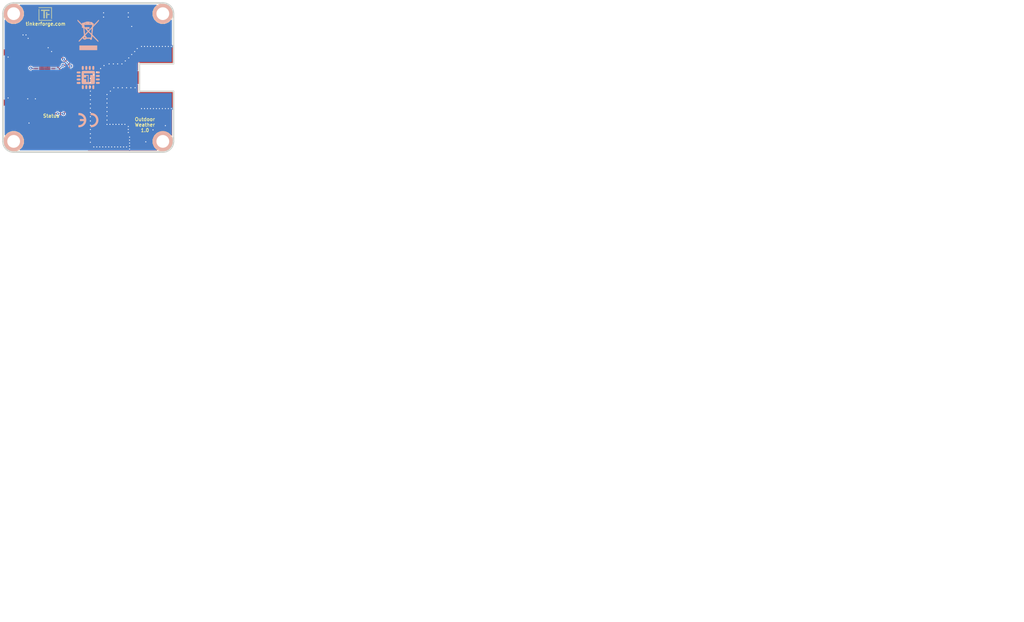
<source format=kicad_pcb>
(kicad_pcb (version 20171130) (host pcbnew 5.0.2-bee76a0~70~ubuntu18.04.1)
  (title_block (title "Outdoor Weather Bricklet") (date 2017-09-06) (rev 1.0) (company "Tinkerforge GmbH") (comment 1 "Licensed under CERN OHL v.1.1") (comment 2 "Copyright (©) 2017, B.Nordmeyer <bastian@tinkerforge.com>"))
  (layers (0 Vorderseite jumper) (31 Rückseite jumper hide) (34 B.Paste user) (35 F.Paste user) (36 B.SilkS user) (37 F.SilkS user) (38 B.Mask user) (39 F.Mask user) (44 Edge.Cuts user))
  (net 0 "")
  (net 1 GND)
  (net 2 VCC)
  (net 3 "Net-(C1-Pad2)")
  (net 4 "Net-(D1-Pad2)")
  (net 5 "Net-(J1-Pad1)")
  (net 6 "Net-(P1-Pad4)")
  (net 7 "Net-(P1-Pad5)")
  (net 8 "Net-(P1-Pad6)")
  (net 9 "Net-(P2-Pad2)")
  (net 10 "Net-(R1-Pad1)")
  (net 11 S-MISO)
  (net 12 S-MOSI)
  (net 13 S-CLK)
  (net 14 S-CS)
  (net 15 "Net-(ANT1-Pad1)")
  (net 16 DATA)
  (net 17 SDN)
  (net 18 "Net-(P1-Pad1)")
  (net 19 "Net-(U1-Pad3)")
  (net 20 "Net-(U1-Pad5)")
  (net 21 "Net-(U1-Pad7)")
  (net 22 "Net-(U1-Pad8)")
  (net 23 "Net-(U1-Pad11)")
  (net 24 "Net-(U1-Pad12)")
  (net 25 "Net-(U1-Pad13)")
  (net 26 "Net-(U1-Pad14)")
  (net 27 "Net-(U1-Pad17)")
  (net 28 "Net-(U1-Pad18)")
  (net 29 "Net-(U1-Pad19)")
  (net 30 "Net-(U1-Pad20)")
  (net 31 "Net-(U1-Pad21)")
  (module Logo_31x31m (layer Vorderseite) (at 54.4 20.8 180)
    (fp_text reference G*** hide)
    (fp_text value LOGO hide)
  )
  (module kicad-libraries:CE_5mm (layer Rückseite) (at 62.9 47.3 180)
    (fp_text reference VAL hide)
    (fp_text value CE_5mm hide)
  )
  (module kicad-libraries:WEEE_7mm (layer Rückseite) (at 62.9 27.3 180)
    (fp_text reference VAL hide)
    (fp_text value WEEE_7mm hide)
  )
  (module kicad-libraries:Logo_CoMCU (layer Rückseite) (at 62.9 37.3 180)
    (fp_text reference G*** hide)
    (fp_text value LOGO hide)
  )
  (module kicad-libraries:QFN24-4x4mm-0.5mm (layer Vorderseite) (at 52.7 34.9 180)
    (fp_text reference U1)
    (fp_text value XMC110024)
    (pad 1 smd oval (at -2.025 -1.25 180) (size 1 0.3) (layers Vorderseite F.Paste F.Mask) (net 11 S-MISO))
    (pad 2 smd oval (at -2.025 -0.75 180) (size 1 0.3) (layers Vorderseite F.Paste F.Mask) (net 10 "Net-(R1-Pad1)"))
    (pad 3 smd oval (at -2.025 -0.25 180) (size 1 0.3) (layers Vorderseite F.Paste F.Mask) (net 19 "Net-(U1-Pad3)"))
    (pad 4 smd oval (at -2.025 0.25 180) (size 1 0.3) (layers Vorderseite F.Paste F.Mask) (net 9 "Net-(P2-Pad2)"))
    (pad 5 smd oval (at -2.025 0.75 180) (size 1 0.3) (layers Vorderseite F.Paste F.Mask) (net 20 "Net-(U1-Pad5)"))
    (pad 6 smd oval (at -2.025 1.25 180) (size 1 0.3) (layers Vorderseite F.Paste F.Mask) (net 16 DATA))
    (pad 7 smd oval (at -1.25 2.025 270) (size 1 0.3) (layers Vorderseite F.Paste F.Mask) (net 21 "Net-(U1-Pad7)"))
    (pad 8 smd oval (at -0.75 2.025 270) (size 1 0.3) (layers Vorderseite F.Paste F.Mask) (net 22 "Net-(U1-Pad8)"))
    (pad 9 smd oval (at -0.25 2.025 270) (size 1 0.3) (layers Vorderseite F.Paste F.Mask) (net 1 GND))
    (pad 10 smd oval (at 0.25 2.025 270) (size 1 0.3) (layers Vorderseite F.Paste F.Mask) (net 2 VCC))
    (pad 11 smd oval (at 0.75 2.025 270) (size 1 0.3) (layers Vorderseite F.Paste F.Mask) (net 23 "Net-(U1-Pad11)"))
    (pad 12 smd oval (at 1.25 2.025 270) (size 1 0.3) (layers Vorderseite F.Paste F.Mask) (net 24 "Net-(U1-Pad12)"))
    (pad 13 smd oval (at 2.025 1.25 180) (size 1 0.3) (layers Vorderseite F.Paste F.Mask) (net 25 "Net-(U1-Pad13)"))
    (pad 14 smd oval (at 2.025 0.75 180) (size 1 0.3) (layers Vorderseite F.Paste F.Mask) (net 26 "Net-(U1-Pad14)"))
    (pad 15 smd oval (at 2.025 0.25 180) (size 1 0.3) (layers Vorderseite F.Paste F.Mask) (net 5 "Net-(J1-Pad1)"))
    (pad 16 smd oval (at 2.025 -0.25 180) (size 1 0.3) (layers Vorderseite F.Paste F.Mask) (net 17 SDN))
    (pad 17 smd oval (at 2.025 -0.75 180) (size 1 0.3) (layers Vorderseite F.Paste F.Mask) (net 27 "Net-(U1-Pad17)"))
    (pad 18 smd oval (at 2.025 -1.25 180) (size 1 0.3) (layers Vorderseite F.Paste F.Mask) (net 28 "Net-(U1-Pad18)"))
    (pad 19 smd oval (at 1.25 -2.025 270) (size 1 0.3) (layers Vorderseite F.Paste F.Mask) (net 29 "Net-(U1-Pad19)"))
    (pad 20 smd oval (at 0.75 -2.025 270) (size 1 0.3) (layers Vorderseite F.Paste F.Mask) (net 30 "Net-(U1-Pad20)"))
    (pad 21 smd oval (at 0.25 -2.025 270) (size 1 0.3) (layers Vorderseite F.Paste F.Mask) (net 31 "Net-(U1-Pad21)"))
    (pad 22 smd oval (at -0.25 -2.025 270) (size 1 0.3) (layers Vorderseite F.Paste F.Mask) (net 14 S-CS))
    (pad 23 smd oval (at -0.75 -2.025 270) (size 1 0.3) (layers Vorderseite F.Paste F.Mask) (net 13 S-CLK))
    (pad 24 smd oval (at -1.25 -2.025 270) (size 1 0.3) (layers Vorderseite F.Paste F.Mask) (net 12 S-MOSI))
    (pad EXP smd rect (at 0.65 0.65 180) (size 1.3 1.3) (layers Vorderseite F.Paste F.Mask) (net 1 GND))
    (pad EXP smd rect (at 0.65 -0.65 180) (size 1.3 1.3) (layers Vorderseite F.Paste F.Mask) (net 1 GND))
    (pad EXP smd rect (at -0.65 0.65 180) (size 1.3 1.3) (layers Vorderseite F.Paste F.Mask) (net 1 GND))
    (pad EXP smd rect (at -0.65 -0.65 180) (size 1.3 1.3) (layers Vorderseite F.Paste F.Mask) (net 1 GND))
  )
  (module kicad-libraries:4X0402 (layer Vorderseite) (at 50.2 39.2 270)
    (fp_text reference RP1)
    (fp_text value 82)
    (pad 1 smd rect (at -0.7493 0.575 90) (size 0.29972 0.65) (layers Vorderseite F.Paste F.Mask) (net 6 "Net-(P1-Pad4)"))
    (pad 2 smd rect (at -0.24892 0.575 90) (size 0.29972 0.65) (layers Vorderseite F.Paste F.Mask) (net 7 "Net-(P1-Pad5)"))
    (pad 3 smd rect (at 0.24892 0.575 90) (size 0.29972 0.65) (layers Vorderseite F.Paste F.Mask) (net 8 "Net-(P1-Pad6)"))
    (pad 4 smd rect (at 0.7493 0.575 90) (size 0.29972 0.65) (layers Vorderseite F.Paste F.Mask) (net 3 "Net-(C1-Pad2)"))
    (pad 5 smd rect (at 0.7493 -0.575 270) (size 0.29972 0.65) (layers Vorderseite F.Paste F.Mask) (net 11 S-MISO))
    (pad 6 smd rect (at 0.24892 -0.575 270) (size 0.29972 0.65) (layers Vorderseite F.Paste F.Mask) (net 12 S-MOSI))
    (pad 7 smd rect (at -0.24892 -0.575 270) (size 0.29972 0.65) (layers Vorderseite F.Paste F.Mask) (net 13 S-CLK))
    (pad 8 smd rect (at -0.7493 -0.575 270) (size 0.29972 0.65) (layers Vorderseite F.Paste F.Mask) (net 14 S-CS))
  )
  (module kicad-libraries:SolderJumper (layer Vorderseite) (at 50.2 48)
    (fp_text reference P2)
    (fp_text value Boot)
    (pad 2 smd rect (at 0.55 0) (size 0.3 1.4) (layers Vorderseite F.Mask) (net 9 "Net-(P2-Pad2)"))
    (pad 2 smd rect (at 0.15 0) (size 0.6 0.5) (layers Vorderseite F.Mask) (net 9 "Net-(P2-Pad2)"))
    (pad 1 smd rect (at -0.5 0) (size 0.4 1.4) (layers Vorderseite F.Mask) (net 1 GND))
    (pad 1 smd rect (at -0.225 0.55) (size 0.95 0.3) (layers Vorderseite F.Mask) (net 1 GND))
    (pad 1 smd rect (at -0.225 -0.55) (size 0.95 0.3) (layers Vorderseite F.Mask) (net 1 GND))
  )
  (module kicad-libraries:CON-SENSOR2 (layer Vorderseite) (at 42.9 37.3 270)
    (fp_text reference P1)
    (fp_text value CON-SENSOR2)
    (pad 1 smd rect (at -3.75 -4.6 270) (size 0.6 1.8) (layers Vorderseite F.Paste F.Mask) (net 18 "Net-(P1-Pad1)"))
    (pad 2 smd rect (at -2.5 -4.6 270) (size 0.6 1.8) (layers Vorderseite F.Paste F.Mask) (net 1 GND))
    (pad EP smd rect (at -5.9 -1.2 270) (size 1.4 2.4) (layers Vorderseite F.Paste F.Mask) (net 1 GND))
    (pad EP smd rect (at 5.9 -1.2 270) (size 1.4 2.4) (layers Vorderseite F.Paste F.Mask) (net 1 GND))
    (pad 3 smd rect (at -1.25 -4.6 270) (size 0.6 1.8) (layers Vorderseite F.Paste F.Mask) (net 2 VCC))
    (pad 4 smd rect (at 0 -4.6 270) (size 0.6 1.8) (layers Vorderseite F.Paste F.Mask) (net 6 "Net-(P1-Pad4)"))
    (pad 5 smd rect (at 1.25 -4.6 270) (size 0.6 1.8) (layers Vorderseite F.Paste F.Mask) (net 7 "Net-(P1-Pad5)"))
    (pad 6 smd rect (at 2.5 -4.6 270) (size 0.6 1.8) (layers Vorderseite F.Paste F.Mask) (net 8 "Net-(P1-Pad6)"))
    (pad 7 smd rect (at 3.75 -4.6 270) (size 0.6 1.8) (layers Vorderseite F.Paste F.Mask) (net 3 "Net-(C1-Pad2)"))
  )
  (module kicad-libraries:DEBUG_PAD (layer Vorderseite) (at 49 32)
    (fp_text reference J1)
    (fp_text value Debug)
    (pad 1 smd circle (at 0 0) (size 0.7 0.7) (layers Vorderseite F.Paste F.Mask) (net 5 "Net-(J1-Pad1)"))
  )
  (module kicad-libraries:Fiducial_Mark (layer Vorderseite) (at 75.4 21.3)
    (fp_text reference Fiducial_Mark hide)
    (fp_text value VAL** hide)
    (pad 1 smd circle (at 0 0) (size 1.00076 1.00076) (layers Vorderseite F.Paste F.Mask) (clearance 0.65024))
  )
  (module kicad-libraries:Fiducial_Mark (layer Vorderseite) (at 50.4 52.3)
    (fp_text reference Fiducial_Mark hide)
    (fp_text value VAL** hide)
    (pad 1 smd circle (at 0 0) (size 1.00076 1.00076) (layers Vorderseite F.Paste F.Mask) (clearance 0.65024))
  )
  (module kicad-libraries:RFM210LCF-S1 (layer Vorderseite) (at 63.9 37.3 90)
    (fp_text reference U2)
    (fp_text value RFM210LCF-S1)
    (pad 6 smd rect (at 14.7 5.5 90) (size 1.8 5) (layers Vorderseite F.Paste F.Mask) (net 1 GND))
    (pad 5 smd rect (at 12.16 5.5 90) (size 1.8 5) (layers Vorderseite F.Paste F.Mask) (net 16 DATA))
    (pad 4 smd rect (at 9.62 5.5 90) (size 1.8 5) (layers Vorderseite F.Paste F.Mask) (net 2 VCC))
    (pad 3 smd rect (at 7.08 5.5 90) (size 1.8 5) (layers Vorderseite F.Paste F.Mask) (net 17 SDN))
    (pad 1 smd rect (at -14.7 5.5 90) (size 1.8 5) (layers Vorderseite F.Paste F.Mask) (net 15 "Net-(ANT1-Pad1)"))
    (pad 2 smd rect (at -12.16 5.5 90) (size 1.8 5) (layers Vorderseite F.Paste F.Mask) (net 1 GND))
    (pad "" smd rect (at -14.7 -5.5 90) (size 1.8 5) (layers Vorderseite F.Paste F.Mask))
    (pad "" smd rect (at -12.16 -5.5 90) (size 1.8 5) (layers Vorderseite F.Paste F.Mask))
  )
  (module kicad-libraries:FT-004B (layer Vorderseite) (at 82.9 37.3 270)
    (fp_text reference ANT1)
    (fp_text value FT-004B)
    (pad 2 smd rect (at -5.27 3.99 270) (size 4 8) (layers Vorderseite F.Paste F.Mask) (net 1 GND))
    (pad 2 smd rect (at 5.25 3.99 270) (size 4 8) (layers Vorderseite F.Paste F.Mask) (net 1 GND))
    (pad 1 smd rect (at 0.01 10 270) (size 3 4) (layers Vorderseite F.Paste F.Mask) (net 15 "Net-(ANT1-Pad1)"))
  )
  (module kicad-libraries:C0402F (layer Vorderseite) (at 49.6 41.6 90)
    (fp_text reference C1)
    (fp_text value 220pF)
    (pad 2 smd rect (at 0.5 0 90) (size 0.6 0.7) (layers Vorderseite F.Paste F.Mask) (net 3 "Net-(C1-Pad2)"))
    (pad 1 smd rect (at -0.5 0 90) (size 0.6 0.7) (layers Vorderseite F.Paste F.Mask) (net 1 GND))
  )
  (module kicad-libraries:C0805 (layer Vorderseite) (at 47.4 29.7 180)
    (fp_text reference C2)
    (fp_text value 10uF)
    (pad 1 smd rect (at -1.00076 0 180) (size 1.00076 1.24968) (layers Vorderseite F.Paste F.Mask) (net 1 GND) (clearance 0.14986))
    (pad 2 smd rect (at 1.00076 0 180) (size 1.00076 1.24968) (layers Vorderseite F.Paste F.Mask) (net 2 VCC) (clearance 0.14986))
  )
  (module kicad-libraries:C0603F (layer Vorderseite) (at 47.2 28.1 180)
    (fp_text reference C3)
    (fp_text value 1uF)
    (pad 1 smd rect (at -0.75 0 180) (size 0.9 0.9) (layers Vorderseite F.Paste F.Mask) (net 1 GND))
    (pad 2 smd rect (at 0.75 0 180) (size 0.9 0.9) (layers Vorderseite F.Paste F.Mask) (net 2 VCC))
  )
  (module kicad-libraries:C0603F (layer Vorderseite) (at 52.7 31.2 180)
    (fp_text reference C4)
    (fp_text value 100nF)
    (pad 1 smd rect (at -0.75 0 180) (size 0.9 0.9) (layers Vorderseite F.Paste F.Mask) (net 1 GND))
    (pad 2 smd rect (at 0.75 0 180) (size 0.9 0.9) (layers Vorderseite F.Paste F.Mask) (net 2 VCC))
  )
  (module kicad-libraries:C0603F (layer Vorderseite) (at 73.1 26.9 270)
    (fp_text reference C5)
    (fp_text value 100nF)
    (pad 1 smd rect (at -0.75 0 270) (size 0.9 0.9) (layers Vorderseite F.Paste F.Mask) (net 1 GND))
    (pad 2 smd rect (at 0.75 0 270) (size 0.9 0.9) (layers Vorderseite F.Paste F.Mask) (net 2 VCC))
  )
  (module kicad-libraries:D0603F (layer Vorderseite) (at 54.2 44.7)
    (fp_text reference D1)
    (fp_text value blue)
    (pad 1 smd rect (at -0.75 0) (size 0.9 0.9) (layers Vorderseite F.Paste F.Mask) (net 2 VCC))
    (pad 2 smd rect (at 0.75 0) (size 0.9 0.9) (layers Vorderseite F.Paste F.Mask) (net 4 "Net-(D1-Pad2)"))
  )
  (module kicad-libraries:R0603F (layer Vorderseite) (at 54.2 43.3)
    (fp_text reference R1)
    (fp_text value 1k)
    (pad 1 smd rect (at -0.75 0) (size 0.9 0.9) (layers Vorderseite F.Paste F.Mask) (net 10 "Net-(R1-Pad1)"))
    (pad 2 smd rect (at 0.75 0) (size 0.9 0.9) (layers Vorderseite F.Paste F.Mask) (net 4 "Net-(D1-Pad2)"))
  )
  (module kicad-libraries:DRILL_NP (layer Vorderseite) (at 45.4 52.3)
    (fp_text reference U4 hide)
    (fp_text value DRILL hide)
    (pad "" np_thru_hole circle (at 0 0) (size 2.99974 2.99974) (drill 2.99974) (layers *.Cu *.Mask F.SilkS) (clearance 0.89916))
  )
  (module kicad-libraries:DRILL_NP (layer Vorderseite) (at 80.4 52.3)
    (fp_text reference U5 hide)
    (fp_text value DRILL hide)
    (pad "" np_thru_hole circle (at 0 0) (size 2.99974 2.99974) (drill 2.99974) (layers *.Cu *.Mask F.SilkS) (clearance 0.89916))
  )
  (module kicad-libraries:DRILL_NP (layer Vorderseite) (at 45.4 22.3)
    (fp_text reference U6 hide)
    (fp_text value DRILL hide)
    (pad "" np_thru_hole circle (at 0 0) (size 2.99974 2.99974) (drill 2.99974) (layers *.Cu *.Mask F.SilkS) (clearance 0.89916))
  )
  (module kicad-libraries:DRILL_NP (layer Vorderseite) (at 80.4 22.3)
    (fp_text reference U7 hide)
    (fp_text value DRILL hide)
    (pad "" np_thru_hole circle (at 0 0) (size 2.99974 2.99974) (drill 2.99974) (layers *.Cu *.Mask F.SilkS) (clearance 0.89916))
  )
  (gr_line (start 82.9 40.55) (end 82.9 52.3) (angle 90) (layer Edge.Cuts) (width 0.381))
  (gr_line (start 74.9 34.05) (end 74.9 40.55) (angle 90) (layer Edge.Cuts) (width 0.381))
  (gr_line (start 82.9 22.3) (end 82.9 34.05) (angle 90) (layer Edge.Cuts) (width 0.381))
  (gr_text Status (at 54.2 46.3) (layer F.SilkS) (effects (font (size 0.8 0.8))))
  (gr_line (start 74.9 40.55) (end 82.9 40.55) (angle 90) (layer Edge.Cuts) (width 0.381))
  (gr_line (start 74.9 34.05) (end 82.9 34.05) (angle 90) (layer Edge.Cuts) (width 0.381))
  (gr_line (start 45.4 54.8) (end 80.4 54.8) (angle 90) (layer Edge.Cuts) (width 0.381))
  (gr_line (start 42.9 22.3) (end 42.9 52.3) (angle 90) (layer Edge.Cuts) (width 0.381))
  (gr_line (start 80.4 19.8) (end 45.4 19.8) (angle 90) (layer Edge.Cuts) (width 0.381))
  (gr_arc (start 80.4 52.3) (end 82.9 52.3) (angle 90) (layer Edge.Cuts) (width 0.381))
  (gr_arc (start 80.4 22.3) (end 80.4 19.8) (angle 90) (layer Edge.Cuts) (width 0.381))
  (gr_text "Outdoor\nWeather\n1.0" (at 76.2 48.4) (layer F.SilkS) (effects (font (size 0.8 0.8))))
  (gr_text tinkerforge.com (at 52.9 24.7) (layer F.SilkS) (effects (font (size 0.8 0.8))))
  (gr_arc (start 45.4 22.3) (end 42.9 22.3) (angle 90) (layer Edge.Cuts) (width 0.381))
  (gr_arc (start 45.4 52.3) (end 45.4 54.8) (angle 90) (layer Edge.Cuts) (width 0.381))
  (segment (start 75.4 44.6) (end 76.1 44.6) (width 0.59944) (layer Vorderseite) (net 1))
  (via (at 76.1 44.6) (size 0.70104) (drill 0.24892) (layers Vorderseite Rückseite) (net 1))
  (segment (start 76.8 44.6) (end 77.5 44.6) (width 0.59944) (layer Vorderseite) (net 1))
  (via (at 77.5 44.6) (size 0.70104) (drill 0.24892) (layers Vorderseite Rückseite) (net 1))
  (segment (start 78.2 44.6) (end 78.9 44.6) (width 0.59944) (layer Vorderseite) (net 1))
  (via (at 78.9 44.6) (size 0.70104) (drill 0.24892) (layers Vorderseite Rückseite) (net 1))
  (via (at 78.2 44.6) (size 0.70104) (drill 0.24892) (layers Vorderseite Rückseite) (net 1))
  (segment (start 77.5 44.6) (end 78.2 44.6) (width 0.59944) (layer Vorderseite) (net 1))
  (via (at 76.8 44.6) (size 0.70104) (drill 0.24892) (layers Vorderseite Rückseite) (net 1))
  (segment (start 76.1 44.6) (end 76.8 44.6) (width 0.59944) (layer Vorderseite) (net 1))
  (via (at 75.4 44.6) (size 0.70104) (drill 0.24892) (layers Vorderseite Rückseite) (net 1))
  (segment (start 82.4 44.6) (end 81.7 44.6) (width 0.59944) (layer Vorderseite) (net 1))
  (via (at 81.7 44.6) (size 0.70104) (drill 0.24892) (layers Vorderseite Rückseite) (net 1))
  (segment (start 81 44.6) (end 80.3 44.6) (width 0.59944) (layer Vorderseite) (net 1))
  (via (at 80.3 44.6) (size 0.70104) (drill 0.24892) (layers Vorderseite Rückseite) (net 1))
  (segment (start 79.6 44.6) (end 78.9 44.6) (width 0.59944) (layer Vorderseite) (net 1))
  (segment (start 78.9 44.6) (end 78.9 42.3) (width 0.59944) (layer Vorderseite) (net 1))
  (via (at 79.6 44.6) (size 0.70104) (drill 0.24892) (layers Vorderseite Rückseite) (net 1))
  (segment (start 80.3 44.6) (end 79.6 44.6) (width 0.59944) (layer Vorderseite) (net 1))
  (via (at 81 44.6) (size 0.70104) (drill 0.24892) (layers Vorderseite Rückseite) (net 1))
  (segment (start 81.7 44.6) (end 81 44.6) (width 0.59944) (layer Vorderseite) (net 1))
  (via (at 82.4 44.6) (size 0.70104) (drill 0.24892) (layers Vorderseite Rückseite) (net 1))
  (segment (start 75.4 30) (end 76.1 30) (width 0.59944) (layer Vorderseite) (net 1))
  (via (at 76.1 30) (size 0.70104) (drill 0.24892) (layers Vorderseite Rückseite) (net 1))
  (segment (start 76.8 30) (end 77.5 30) (width 0.59944) (layer Vorderseite) (net 1))
  (via (at 77.5 30) (size 0.70104) (drill 0.24892) (layers Vorderseite Rückseite) (net 1))
  (segment (start 78.2 30) (end 78.9 30) (width 0.59944) (layer Vorderseite) (net 1))
  (via (at 78.9 30) (size 0.70104) (drill 0.24892) (layers Vorderseite Rückseite) (net 1))
  (via (at 78.2 30) (size 0.70104) (drill 0.24892) (layers Vorderseite Rückseite) (net 1))
  (segment (start 77.5 30) (end 78.2 30) (width 0.59944) (layer Vorderseite) (net 1))
  (via (at 76.8 30) (size 0.70104) (drill 0.24892) (layers Vorderseite Rückseite) (net 1))
  (segment (start 76.1 30) (end 76.8 30) (width 0.59944) (layer Vorderseite) (net 1))
  (via (at 75.4 30) (size 0.70104) (drill 0.24892) (layers Vorderseite Rückseite) (net 1))
  (segment (start 82.4 30) (end 81.7 30) (width 0.59944) (layer Vorderseite) (net 1))
  (via (at 81.7 30) (size 0.70104) (drill 0.24892) (layers Vorderseite Rückseite) (net 1))
  (segment (start 81 30) (end 80.3 30) (width 0.59944) (layer Vorderseite) (net 1))
  (via (at 80.3 30) (size 0.70104) (drill 0.24892) (layers Vorderseite Rückseite) (net 1))
  (segment (start 79.6 30) (end 78.9 30) (width 0.59944) (layer Vorderseite) (net 1))
  (segment (start 78.9 30) (end 78.9 32.3) (width 0.59944) (layer Vorderseite) (net 1))
  (via (at 79.6 30) (size 0.70104) (drill 0.24892) (layers Vorderseite Rückseite) (net 1))
  (segment (start 80.3 30) (end 79.6 30) (width 0.59944) (layer Vorderseite) (net 1))
  (via (at 81 30) (size 0.70104) (drill 0.24892) (layers Vorderseite Rückseite) (net 1))
  (segment (start 81.7 30) (end 81 30) (width 0.59944) (layer Vorderseite) (net 1))
  (via (at 82.4 30) (size 0.70104) (drill 0.24892) (layers Vorderseite Rückseite) (net 1))
  (segment (start 49.975 48.55) (end 49.75 48.55) (width 0.2) (layer Vorderseite) (net 1))
  (segment (start 49.75 48.55) (end 49.7 48.5) (width 0.2) (layer Vorderseite) (net 1))
  (segment (start 49.7 48.5) (end 49.7 48) (width 0.2) (layer Vorderseite) (net 1))
  (segment (start 49.975 47.45) (end 49.75 47.45) (width 0.2) (layer Vorderseite) (net 1))
  (segment (start 49.75 47.45) (end 49.7 47.5) (width 0.2) (layer Vorderseite) (net 1))
  (segment (start 49.7 47.5) (end 49.7 48) (width 0.2) (layer Vorderseite) (net 1))
  (segment (start 49.7 48) (end 49 48) (width 0.2) (layer Vorderseite) (net 1))
  (via (at 49 48) (size 0.70104) (drill 0.24892) (layers Vorderseite Rückseite) (net 1))
  (segment (start 73.9 39.7) (end 72.9 39.7) (width 0.59944) (layer Vorderseite) (net 1))
  (via (at 72.9 39.7) (size 0.70104) (drill 0.24892) (layers Vorderseite Rückseite) (net 1))
  (segment (start 71.9 39.7) (end 70.9 39.7) (width 0.59944) (layer Vorderseite) (net 1))
  (via (at 70.9 39.7) (size 0.70104) (drill 0.24892) (layers Vorderseite Rückseite) (net 1))
  (segment (start 69.9 39.7) (end 68.9 39.7) (width 0.59944) (layer Vorderseite) (net 1))
  (via (at 68.9 39.7) (size 0.70104) (drill 0.24892) (layers Vorderseite Rückseite) (net 1))
  (segment (start 68.1 40.5) (end 67.3 41.3) (width 0.59944) (layer Vorderseite) (net 1))
  (via (at 67.3 41.3) (size 0.70104) (drill 0.24892) (layers Vorderseite Rückseite) (net 1))
  (segment (start 67.3 42.3) (end 67.3 43.3) (width 0.59944) (layer Vorderseite) (net 1))
  (via (at 67.3 43.3) (size 0.70104) (drill 0.24892) (layers Vorderseite Rückseite) (net 1))
  (segment (start 67.3 44.3) (end 67.3 45.3) (width 0.59944) (layer Vorderseite) (net 1))
  (via (at 67.3 45.3) (size 0.70104) (drill 0.24892) (layers Vorderseite Rückseite) (net 1))
  (segment (start 67.3 46.3) (end 67.3 47.3) (width 0.59944) (layer Vorderseite) (net 1))
  (via (at 67.3 47.3) (size 0.70104) (drill 0.24892) (layers Vorderseite Rückseite) (net 1))
  (segment (start 67.3 48.3) (end 68 48.3) (width 0.59944) (layer Vorderseite) (net 1))
  (via (at 68 48.3) (size 0.70104) (drill 0.24892) (layers Vorderseite Rückseite) (net 1))
  (segment (start 68.7 48.3) (end 69.4 48.3) (width 0.59944) (layer Vorderseite) (net 1))
  (via (at 69.4 48.3) (size 0.70104) (drill 0.24892) (layers Vorderseite Rückseite) (net 1))
  (via (at 68.7 48.3) (size 0.70104) (drill 0.24892) (layers Vorderseite Rückseite) (net 1))
  (segment (start 68 48.3) (end 68.7 48.3) (width 0.59944) (layer Vorderseite) (net 1))
  (via (at 67.3 48.3) (size 0.70104) (drill 0.24892) (layers Vorderseite Rückseite) (net 1))
  (segment (start 67.3 47.3) (end 67.3 48.3) (width 0.59944) (layer Vorderseite) (net 1))
  (via (at 67.3 46.3) (size 0.70104) (drill 0.24892) (layers Vorderseite Rückseite) (net 1))
  (segment (start 67.3 45.3) (end 67.3 46.3) (width 0.59944) (layer Vorderseite) (net 1))
  (via (at 67.3 44.3) (size 0.70104) (drill 0.24892) (layers Vorderseite Rückseite) (net 1))
  (segment (start 67.3 43.3) (end 67.3 44.3) (width 0.59944) (layer Vorderseite) (net 1))
  (via (at 67.3 42.3) (size 0.70104) (drill 0.24892) (layers Vorderseite Rückseite) (net 1))
  (segment (start 67.3 41.3) (end 67.3 42.3) (width 0.59944) (layer Vorderseite) (net 1))
  (via (at 68.1 40.5) (size 0.70104) (drill 0.24892) (layers Vorderseite Rückseite) (net 1))
  (segment (start 68.9 39.7) (end 68.1 40.5) (width 0.59944) (layer Vorderseite) (net 1))
  (via (at 69.9 39.7) (size 0.70104) (drill 0.24892) (layers Vorderseite Rückseite) (net 1))
  (segment (start 70.9 39.7) (end 69.9 39.7) (width 0.59944) (layer Vorderseite) (net 1))
  (via (at 71.9 39.7) (size 0.70104) (drill 0.24892) (layers Vorderseite Rückseite) (net 1))
  (segment (start 72.9 39.7) (end 71.9 39.7) (width 0.59944) (layer Vorderseite) (net 1))
  (via (at 73.9 39.7) (size 0.70104) (drill 0.24892) (layers Vorderseite Rückseite) (net 1))
  (segment (start 77.25 49.25) (end 77.75 49.25) (width 0.59944) (layer Vorderseite) (net 1))
  (via (at 78.1 49.6) (size 0.70104) (drill 0.24892) (layers Vorderseite Rückseite) (net 1))
  (segment (start 77.75 49.25) (end 78.1 49.6) (width 0.59944) (layer Vorderseite) (net 1))
  (segment (start 76.4 52.4) (end 76.4 50.1) (width 0.59944) (layer Vorderseite) (net 1))
  (segment (start 76.1 52.7) (end 76.4 52.4) (width 0.59944) (layer Vorderseite) (net 1))
  (via (at 76.4 52.4) (size 0.70104) (drill 0.24892) (layers Vorderseite Rückseite) (net 1))
  (via (at 72.6 52.7) (size 0.70104) (drill 0.24892) (layers Vorderseite Rückseite) (net 1))
  (segment (start 72.6 52.7) (end 76.1 52.7) (width 0.59944) (layer Vorderseite) (net 1))
  (via (at 81 48.6) (size 0.70104) (drill 0.24892) (layers Vorderseite Rückseite) (net 1))
  (segment (start 77.9 48.6) (end 81 48.6) (width 0.59944) (layer Vorderseite) (net 1))
  (segment (start 76.4 50.1) (end 77.25 49.25) (width 0.59944) (layer Vorderseite) (net 1))
  (segment (start 77.25 49.25) (end 77.9 48.6) (width 0.59944) (layer Vorderseite) (net 1))
  (segment (start 73.8 31.2) (end 73.8 31.1) (width 0.59944) (layer Vorderseite) (net 1))
  (via (at 73.8 31.2) (size 0.70104) (drill 0.24892) (layers Vorderseite Rückseite) (net 1))
  (segment (start 72.4 32.7) (end 72.4 32.6) (width 0.59944) (layer Vorderseite) (net 1))
  (segment (start 71.7 33.4) (end 72.4 32.7) (width 0.59944) (layer Vorderseite) (net 1))
  (via (at 72.4 32.7) (size 0.70104) (drill 0.24892) (layers Vorderseite Rückseite) (net 1))
  (segment (start 70.8 34.1) (end 70.9 34.1) (width 0.59944) (layer Vorderseite) (net 1))
  (via (at 70.8 34.1) (size 0.70104) (drill 0.24892) (layers Vorderseite Rückseite) (net 1))
  (segment (start 69.8 34.1) (end 68.8 34.1) (width 0.59944) (layer Vorderseite) (net 1))
  (via (at 68.8 34.1) (size 0.70104) (drill 0.24892) (layers Vorderseite Rückseite) (net 1))
  (segment (start 66.6 34.5) (end 67.4 34.5) (width 0.59944) (layer Vorderseite) (net 1))
  (segment (start 65.9 35.2) (end 66.6 34.5) (width 0.59944) (layer Vorderseite) (net 1))
  (via (at 66.6 34.5) (size 0.70104) (drill 0.24892) (layers Vorderseite Rückseite) (net 1))
  (segment (start 64.9 36) (end 65 36) (width 0.59944) (layer Vorderseite) (net 1))
  (via (at 64.9 36) (size 0.70104) (drill 0.24892) (layers Vorderseite Rückseite) (net 1))
  (segment (start 64.2 36.7) (end 63.4 37.5) (width 0.59944) (layer Vorderseite) (net 1))
  (via (at 63.4 37.5) (size 0.70104) (drill 0.24892) (layers Vorderseite Rückseite) (net 1))
  (segment (start 63.4 38.5) (end 63.4 39.5) (width 0.59944) (layer Vorderseite) (net 1))
  (via (at 63.4 39.5) (size 0.70104) (drill 0.24892) (layers Vorderseite Rückseite) (net 1))
  (segment (start 63.4 40.5) (end 63.4 41.5) (width 0.59944) (layer Vorderseite) (net 1))
  (via (at 63.4 41.5) (size 0.70104) (drill 0.24892) (layers Vorderseite Rückseite) (net 1))
  (segment (start 63.4 42.5) (end 63.4 43.5) (width 0.59944) (layer Vorderseite) (net 1))
  (via (at 63.4 43.5) (size 0.70104) (drill 0.24892) (layers Vorderseite Rückseite) (net 1))
  (segment (start 63.4 44.5) (end 63.4 45.5) (width 0.59944) (layer Vorderseite) (net 1))
  (via (at 63.4 45.5) (size 0.70104) (drill 0.24892) (layers Vorderseite Rückseite) (net 1))
  (segment (start 63.4 46.5) (end 63.4 47.5) (width 0.59944) (layer Vorderseite) (net 1))
  (via (at 63.4 47.5) (size 0.70104) (drill 0.24892) (layers Vorderseite Rückseite) (net 1))
  (segment (start 63.4 48.5) (end 63.4 49.5) (width 0.59944) (layer Vorderseite) (net 1))
  (via (at 63.4 49.5) (size 0.70104) (drill 0.24892) (layers Vorderseite Rückseite) (net 1))
  (segment (start 63.4 50.5) (end 63.4 51.5) (width 0.59944) (layer Vorderseite) (net 1))
  (via (at 63.4 51.5) (size 0.70104) (drill 0.24892) (layers Vorderseite Rückseite) (net 1))
  (segment (start 64.2 53.6) (end 64.2 53.3) (width 0.59944) (layer Vorderseite) (net 1))
  (via (at 64.2 53.6) (size 0.70104) (drill 0.24892) (layers Vorderseite Rückseite) (net 1))
  (segment (start 64.9 53.6) (end 65.6 53.6) (width 0.59944) (layer Vorderseite) (net 1))
  (via (at 65.6 53.6) (size 0.70104) (drill 0.24892) (layers Vorderseite Rückseite) (net 1))
  (segment (start 66.3 53.6) (end 67 53.6) (width 0.59944) (layer Vorderseite) (net 1))
  (via (at 67 53.6) (size 0.70104) (drill 0.24892) (layers Vorderseite Rückseite) (net 1))
  (segment (start 67.7 53.6) (end 68.4 53.6) (width 0.59944) (layer Vorderseite) (net 1))
  (via (at 68.4 53.6) (size 0.70104) (drill 0.24892) (layers Vorderseite Rückseite) (net 1))
  (segment (start 69.1 53.6) (end 69.8 53.6) (width 0.59944) (layer Vorderseite) (net 1))
  (via (at 69.8 53.6) (size 0.70104) (drill 0.24892) (layers Vorderseite Rückseite) (net 1))
  (segment (start 70.5 53.6) (end 71.2 53.6) (width 0.59944) (layer Vorderseite) (net 1))
  (via (at 71.2 53.6) (size 0.70104) (drill 0.24892) (layers Vorderseite Rückseite) (net 1))
  (segment (start 72.6 54.1) (end 72.4 54.1) (width 0.59944) (layer Vorderseite) (net 1))
  (via (at 72.6 54.1) (size 0.70104) (drill 0.24892) (layers Vorderseite Rückseite) (net 1))
  (segment (start 72.6 53.4) (end 72.6 52.7) (width 0.59944) (layer Vorderseite) (net 1))
  (segment (start 72.6 52) (end 72.6 51.3) (width 0.59944) (layer Vorderseite) (net 1))
  (segment (start 72.3 50.5) (end 72.6 50.8) (width 0.59944) (layer Vorderseite) (net 1))
  (segment (start 72.6 50.8) (end 72.6 51.3) (width 0.59944) (layer Vorderseite) (net 1))
  (via (at 72.6 51.3) (size 0.70104) (drill 0.24892) (layers Vorderseite Rückseite) (net 1))
  (segment (start 72.3 49.5) (end 72.3 50.2) (width 0.59944) (layer Vorderseite) (net 1))
  (via (at 72.3 49.5) (size 0.70104) (drill 0.24892) (layers Vorderseite Rückseite) (net 1))
  (via (at 72.3 50.2) (size 0.70104) (drill 0.24892) (layers Vorderseite Rückseite) (net 1))
  (segment (start 72.3 50.2) (end 72.3 50.5) (width 0.59944) (layer Vorderseite) (net 1))
  (via (at 72.6 52) (size 0.70104) (drill 0.24892) (layers Vorderseite Rückseite) (net 1))
  (segment (start 72.6 52.7) (end 72.6 52) (width 0.59944) (layer Vorderseite) (net 1))
  (via (at 72.6 53.4) (size 0.70104) (drill 0.24892) (layers Vorderseite Rückseite) (net 1))
  (segment (start 72.6 54.1) (end 72.6 53.4) (width 0.59944) (layer Vorderseite) (net 1))
  (via (at 71.9 53.6) (size 0.70104) (drill 0.24892) (layers Vorderseite Rückseite) (net 1))
  (segment (start 72.4 54.1) (end 71.9 53.6) (width 0.59944) (layer Vorderseite) (net 1))
  (segment (start 71.2 53.6) (end 71.9 53.6) (width 0.59944) (layer Vorderseite) (net 1))
  (via (at 70.5 53.6) (size 0.70104) (drill 0.24892) (layers Vorderseite Rückseite) (net 1))
  (segment (start 69.8 53.6) (end 70.5 53.6) (width 0.59944) (layer Vorderseite) (net 1))
  (via (at 69.1 53.6) (size 0.70104) (drill 0.24892) (layers Vorderseite Rückseite) (net 1))
  (segment (start 68.4 53.6) (end 69.1 53.6) (width 0.59944) (layer Vorderseite) (net 1))
  (via (at 67.7 53.6) (size 0.70104) (drill 0.24892) (layers Vorderseite Rückseite) (net 1))
  (segment (start 67 53.6) (end 67.7 53.6) (width 0.59944) (layer Vorderseite) (net 1))
  (via (at 66.3 53.6) (size 0.70104) (drill 0.24892) (layers Vorderseite Rückseite) (net 1))
  (segment (start 65.6 53.6) (end 66.3 53.6) (width 0.59944) (layer Vorderseite) (net 1))
  (via (at 64.9 53.6) (size 0.70104) (drill 0.24892) (layers Vorderseite Rückseite) (net 1))
  (segment (start 64.2 53.6) (end 64.9 53.6) (width 0.59944) (layer Vorderseite) (net 1))
  (via (at 63.4 52.5) (size 0.70104) (drill 0.24892) (layers Vorderseite Rückseite) (net 1))
  (segment (start 64.2 53.3) (end 63.4 52.5) (width 0.59944) (layer Vorderseite) (net 1))
  (segment (start 63.4 51.5) (end 63.4 52.5) (width 0.59944) (layer Vorderseite) (net 1))
  (via (at 63.4 50.5) (size 0.70104) (drill 0.24892) (layers Vorderseite Rückseite) (net 1))
  (segment (start 63.4 49.5) (end 63.4 50.5) (width 0.59944) (layer Vorderseite) (net 1))
  (via (at 63.4 48.5) (size 0.70104) (drill 0.24892) (layers Vorderseite Rückseite) (net 1))
  (segment (start 63.4 47.5) (end 63.4 48.5) (width 0.59944) (layer Vorderseite) (net 1))
  (via (at 63.4 46.5) (size 0.70104) (drill 0.24892) (layers Vorderseite Rückseite) (net 1))
  (segment (start 63.4 45.5) (end 63.4 46.5) (width 0.59944) (layer Vorderseite) (net 1))
  (via (at 63.4 44.5) (size 0.70104) (drill 0.24892) (layers Vorderseite Rückseite) (net 1))
  (segment (start 63.4 43.5) (end 63.4 44.5) (width 0.59944) (layer Vorderseite) (net 1))
  (via (at 63.4 42.5) (size 0.70104) (drill 0.24892) (layers Vorderseite Rückseite) (net 1))
  (segment (start 63.4 41.5) (end 63.4 42.5) (width 0.59944) (layer Vorderseite) (net 1))
  (via (at 63.4 40.5) (size 0.70104) (drill 0.24892) (layers Vorderseite Rückseite) (net 1))
  (segment (start 63.4 39.5) (end 63.4 40.5) (width 0.59944) (layer Vorderseite) (net 1))
  (via (at 63.4 38.5) (size 0.70104) (drill 0.24892) (layers Vorderseite Rückseite) (net 1))
  (segment (start 63.4 37.5) (end 63.4 38.5) (width 0.59944) (layer Vorderseite) (net 1))
  (via (at 64.2 36.7) (size 0.70104) (drill 0.24892) (layers Vorderseite Rückseite) (net 1))
  (segment (start 64.9 36) (end 64.2 36.7) (width 0.59944) (layer Vorderseite) (net 1))
  (via (at 65.8 35.2) (size 0.70104) (drill 0.24892) (layers Vorderseite Rückseite) (net 1))
  (segment (start 65 36) (end 65.8 35.2) (width 0.59944) (layer Vorderseite) (net 1))
  (segment (start 65.8 35.2) (end 65.9 35.2) (width 0.59944) (layer Vorderseite) (net 1))
  (via (at 67.8 34.1) (size 0.70104) (drill 0.24892) (layers Vorderseite Rückseite) (net 1))
  (segment (start 67.4 34.5) (end 67.8 34.1) (width 0.59944) (layer Vorderseite) (net 1))
  (segment (start 68.8 34.1) (end 67.8 34.1) (width 0.59944) (layer Vorderseite) (net 1))
  (via (at 69.8 34.1) (size 0.70104) (drill 0.24892) (layers Vorderseite Rückseite) (net 1))
  (segment (start 70.8 34.1) (end 69.8 34.1) (width 0.59944) (layer Vorderseite) (net 1))
  (via (at 71.6 33.4) (size 0.70104) (drill 0.24892) (layers Vorderseite Rückseite) (net 1))
  (segment (start 70.9 34.1) (end 71.6 33.4) (width 0.59944) (layer Vorderseite) (net 1))
  (segment (start 71.6 33.4) (end 71.7 33.4) (width 0.59944) (layer Vorderseite) (net 1))
  (via (at 73.1 31.9) (size 0.70104) (drill 0.24892) (layers Vorderseite Rückseite) (net 1))
  (segment (start 72.4 32.6) (end 73.1 31.9) (width 0.59944) (layer Vorderseite) (net 1))
  (segment (start 73.8 31.2) (end 73.1 31.9) (width 0.59944) (layer Vorderseite) (net 1))
  (via (at 74.4 30.5) (size 0.70104) (drill 0.24892) (layers Vorderseite Rückseite) (net 1))
  (segment (start 73.8 31.1) (end 74.4 30.5) (width 0.59944) (layer Vorderseite) (net 1))
  (segment (start 71.5 48.3) (end 70.8 48.3) (width 0.59944) (layer Vorderseite) (net 1))
  (via (at 70.8 48.3) (size 0.70104) (drill 0.24892) (layers Vorderseite Rückseite) (net 1))
  (segment (start 70.1 48.3) (end 69.4 48.3) (width 0.59944) (layer Vorderseite) (net 1))
  (segment (start 69.4 48.3) (end 69.4 49.46) (width 0.59944) (layer Vorderseite) (net 1))
  (via (at 70.1 48.3) (size 0.70104) (drill 0.24892) (layers Vorderseite Rückseite) (net 1))
  (segment (start 70.8 48.3) (end 70.1 48.3) (width 0.59944) (layer Vorderseite) (net 1))
  (via (at 71.5 48.3) (size 0.70104) (drill 0.24892) (layers Vorderseite Rückseite) (net 1))
  (segment (start 72.3 48.8) (end 72.3 49.5) (width 0.59944) (layer Vorderseite) (net 1))
  (segment (start 72.26 49.46) (end 72.3 49.5) (width 0.59944) (layer Vorderseite) (net 1))
  (segment (start 72.26 49.46) (end 69.4 49.46) (width 0.59944) (layer Vorderseite) (net 1))
  (via (at 72.3 48.8) (size 0.70104) (drill 0.24892) (layers Vorderseite Rückseite) (net 1))
  (segment (start 73.1 26.15) (end 73.1 25.3) (width 0.59944) (layer Vorderseite) (net 1))
  (via (at 73.1 25.3) (size 0.70104) (drill 0.24892) (layers Vorderseite Rückseite) (net 1))
  (segment (start 69.4 22.6) (end 71.8 22.6) (width 0.59944) (layer Vorderseite) (net 1))
  (segment (start 71.8 22.6) (end 72.3 23.1) (width 0.59944) (layer Vorderseite) (net 1))
  (via (at 72.3 23.1) (size 0.70104) (drill 0.24892) (layers Vorderseite Rückseite) (net 1))
  (segment (start 71.8 22.6) (end 72.3 22.1) (width 0.59944) (layer Vorderseite) (net 1))
  (via (at 72.3 22.1) (size 0.70104) (drill 0.24892) (layers Vorderseite Rückseite) (net 1))
  (segment (start 69.4 22.6) (end 67 22.6) (width 0.59944) (layer Vorderseite) (net 1))
  (segment (start 67 22.6) (end 66.5 23.1) (width 0.59944) (layer Vorderseite) (net 1))
  (via (at 66.5 23.1) (size 0.70104) (drill 0.24892) (layers Vorderseite Rückseite) (net 1))
  (segment (start 67 22.6) (end 66.5 22.1) (width 0.59944) (layer Vorderseite) (net 1))
  (via (at 66.5 22.1) (size 0.70104) (drill 0.24892) (layers Vorderseite Rückseite) (net 1))
  (segment (start 44.1 31.4) (end 44.1 32.5) (width 0.59944) (layer Vorderseite) (net 1))
  (via (at 44.1 32.5) (size 0.70104) (drill 0.24892) (layers Vorderseite Rückseite) (net 1))
  (segment (start 44.1 43.2) (end 44.1 42.1) (width 0.59944) (layer Vorderseite) (net 1))
  (via (at 44.1 42.1) (size 0.70104) (drill 0.24892) (layers Vorderseite Rückseite) (net 1))
  (segment (start 49.6 42.25) (end 48.75 42.25) (width 0.59944) (layer Vorderseite) (net 1))
  (via (at 48.7 42.3) (size 0.70104) (drill 0.24892) (layers Vorderseite Rückseite) (net 1))
  (segment (start 48.75 42.25) (end 48.7 42.3) (width 0.59944) (layer Vorderseite) (net 1))
  (segment (start 49.6 42.25) (end 50.45 42.25) (width 0.59944) (layer Vorderseite) (net 1))
  (via (at 50.5 42.3) (size 0.70104) (drill 0.24892) (layers Vorderseite Rückseite) (net 1))
  (segment (start 50.45 42.25) (end 50.5 42.3) (width 0.59944) (layer Vorderseite) (net 1))
  (segment (start 53.45 31.2) (end 54.3 31.2) (width 0.59944) (layer Vorderseite) (net 1))
  (via (at 54.3 31.2) (size 0.70104) (drill 0.24892) (layers Vorderseite Rückseite) (net 1))
  (segment (start 53.45 31.2) (end 53.45 30.35) (width 0.59944) (layer Vorderseite) (net 1))
  (via (at 53.5 30.3) (size 0.70104) (drill 0.24892) (layers Vorderseite Rückseite) (net 1))
  (segment (start 53.45 30.35) (end 53.5 30.3) (width 0.59944) (layer Vorderseite) (net 1))
  (segment (start 47.95 28.1) (end 48.8 28.1) (width 0.59944) (layer Vorderseite) (net 1))
  (via (at 48.8 28.1) (size 0.70104) (drill 0.24892) (layers Vorderseite Rückseite) (net 1))
  (segment (start 47.95 28.1) (end 47.95 27.65) (width 0.59944) (layer Vorderseite) (net 1))
  (segment (start 47.95 27.65) (end 48.3 27.3) (width 0.59944) (layer Vorderseite) (net 1))
  (via (at 48.3 27.3) (size 0.70104) (drill 0.24892) (layers Vorderseite Rückseite) (net 1))
  (segment (start 47.95 27.65) (end 47.6 27.3) (width 0.59944) (layer Vorderseite) (net 1))
  (via (at 47.6 27.3) (size 0.70104) (drill 0.24892) (layers Vorderseite Rückseite) (net 1))
  (segment (start 48.40076 29.7) (end 48.40076 29.10076) (width 0.29972) (layer Vorderseite) (net 1))
  (segment (start 48.40076 29.10076) (end 47.95 28.65) (width 0.29972) (layer Vorderseite) (net 1))
  (segment (start 47.95 28.65) (end 47.95 28.1) (width 0.29972) (layer Vorderseite) (net 1))
  (segment (start 47.5 34.8) (end 46.4 34.8) (width 0.29972) (layer Vorderseite) (net 1))
  (segment (start 48.40076 30.59924) (end 48.40076 29.7) (width 0.29972) (layer Vorderseite) (net 1))
  (segment (start 46.1 32.9) (end 48.40076 30.59924) (width 0.29972) (layer Vorderseite) (net 1))
  (segment (start 46.1 34.5) (end 46.1 32.9) (width 0.29972) (layer Vorderseite) (net 1))
  (segment (start 46.4 34.8) (end 46.1 34.5) (width 0.29972) (layer Vorderseite) (net 1))
  (segment (start 52.05 35.55) (end 52.05 34.25) (width 0.29972) (layer Vorderseite) (net 1))
  (segment (start 53.35 35.55) (end 52.05 35.55) (width 0.29972) (layer Vorderseite) (net 1))
  (segment (start 53.35 34.25) (end 53.35 35.55) (width 0.29972) (layer Vorderseite) (net 1))
  (segment (start 52.95 32.875) (end 52.95 33.85) (width 0.29972) (layer Vorderseite) (net 1))
  (segment (start 52.95 33.85) (end 53.35 34.25) (width 0.29972) (layer Vorderseite) (net 1))
  (segment (start 52.95 32.875) (end 52.95 32.15) (width 0.29972) (layer Vorderseite) (net 1))
  (segment (start 52.95 32.15) (end 53.45 31.65) (width 0.29972) (layer Vorderseite) (net 1))
  (segment (start 53.45 31.65) (end 53.45 31.2) (width 0.29972) (layer Vorderseite) (net 1))
  (segment (start 53.45 44.7) (end 53.45 45.65) (width 0.2) (layer Vorderseite) (net 2))
  (segment (start 52.9 27.3) (end 52.3 27.3) (width 0.2) (layer Vorderseite) (net 2))
  (segment (start 55.6 30) (end 52.9 27.3) (width 0.2) (layer Vorderseite) (net 2))
  (segment (start 55.6 31.5) (end 55.6 30) (width 0.2) (layer Vorderseite) (net 2))
  (segment (start 57.1 33) (end 55.6 31.5) (width 0.2) (layer Vorderseite) (net 2))
  (via (at 57.1 33) (size 0.70104) (drill 0.24892) (layers Vorderseite Rückseite) (net 2))
  (segment (start 57.2 33) (end 57.1 33) (width 0.2) (layer Rückseite) (net 2))
  (segment (start 58.8 34.6) (end 57.2 33) (width 0.2) (layer Rückseite) (net 2))
  (via (at 58.8 34.6) (size 0.70104) (drill 0.24892) (layers Vorderseite Rückseite) (net 2))
  (segment (start 57.7 35.7) (end 58.8 34.6) (width 0.2) (layer Vorderseite) (net 2))
  (segment (start 57.7 45.2) (end 57.7 35.7) (width 0.2) (layer Vorderseite) (net 2))
  (segment (start 57.1 45.8) (end 57.7 45.2) (width 0.2) (layer Vorderseite) (net 2))
  (via (at 57.1 45.8) (size 0.70104) (drill 0.24892) (layers Vorderseite Rückseite) (net 2))
  (segment (start 55.7 45.8) (end 57.1 45.8) (width 0.2) (layer Rückseite) (net 2))
  (via (at 55.7 45.8) (size 0.70104) (drill 0.24892) (layers Vorderseite Rückseite) (net 2))
  (segment (start 53.6 45.8) (end 55.7 45.8) (width 0.2) (layer Vorderseite) (net 2))
  (segment (start 53.45 45.65) (end 53.6 45.8) (width 0.2) (layer Vorderseite) (net 2))
  (segment (start 73.1 27.65) (end 73.65 27.65) (width 0.29972) (layer Vorderseite) (net 2))
  (segment (start 55.7 23.9) (end 52.3 27.3) (width 0.29972) (layer Vorderseite) (net 2))
  (segment (start 52.3 27.3) (end 51.95 27.65) (width 0.29972) (layer Vorderseite) (net 2))
  (segment (start 72.8 23.9) (end 55.7 23.9) (width 0.29972) (layer Vorderseite) (net 2))
  (segment (start 74.2 25.3) (end 72.8 23.9) (width 0.29972) (layer Vorderseite) (net 2))
  (segment (start 74.2 27.1) (end 74.2 25.3) (width 0.29972) (layer Vorderseite) (net 2))
  (segment (start 73.65 27.65) (end 74.2 27.1) (width 0.29972) (layer Vorderseite) (net 2))
  (segment (start 46.45 28.1) (end 46.45 27.45) (width 0.29972) (layer Vorderseite) (net 2))
  (segment (start 46.45 27.45) (end 47.8 26.1) (width 0.29972) (layer Vorderseite) (net 2))
  (segment (start 47.8 26.1) (end 50.5 26.1) (width 0.29972) (layer Vorderseite) (net 2))
  (segment (start 50.5 26.1) (end 51.95 27.55) (width 0.29972) (layer Vorderseite) (net 2))
  (segment (start 51.95 27.55) (end 51.95 27.65) (width 0.29972) (layer Vorderseite) (net 2))
  (segment (start 51.95 27.65) (end 51.95 31.2) (width 0.29972) (layer Vorderseite) (net 2))
  (segment (start 46.39924 29.7) (end 46.39924 28.15076) (width 0.29972) (layer Vorderseite) (net 2))
  (segment (start 46.39924 28.15076) (end 46.45 28.1) (width 0.29972) (layer Vorderseite) (net 2))
  (segment (start 47.5 36.05) (end 46.35 36.05) (width 0.29972) (layer Vorderseite) (net 2))
  (segment (start 46.7 31.6) (end 46.7 30.00076) (width 0.29972) (layer Vorderseite) (net 2))
  (segment (start 45.6 32.7) (end 46.7 31.6) (width 0.29972) (layer Vorderseite) (net 2))
  (segment (start 45.6 35.3) (end 45.6 32.7) (width 0.29972) (layer Vorderseite) (net 2))
  (segment (start 46.35 36.05) (end 45.6 35.3) (width 0.29972) (layer Vorderseite) (net 2))
  (segment (start 46.7 30.00076) (end 46.39924 29.7) (width 0.29972) (layer Vorderseite) (net 2))
  (segment (start 52.45 32.875) (end 52.45 32.15) (width 0.29972) (layer Vorderseite) (net 2))
  (segment (start 52.45 32.15) (end 51.95 31.65) (width 0.29972) (layer Vorderseite) (net 2))
  (segment (start 51.95 31.65) (end 51.95 31.2) (width 0.29972) (layer Vorderseite) (net 2))
  (segment (start 73.1 27.65) (end 69.43 27.65) (width 0.59944) (layer Vorderseite) (net 2))
  (segment (start 69.43 27.65) (end 69.4 27.68) (width 0.59944) (layer Vorderseite) (net 2))
  (segment (start 49.6 40.95) (end 49.6 39.9743) (width 0.2) (layer Vorderseite) (net 3))
  (segment (start 49.6 39.9743) (end 49.625 39.9493) (width 0.2) (layer Vorderseite) (net 3))
  (segment (start 47.5 41.05) (end 49.5 41.05) (width 0.2) (layer Vorderseite) (net 3))
  (segment (start 49.5 41.05) (end 49.6 40.95) (width 0.2) (layer Vorderseite) (net 3))
  (segment (start 54.95 43.3) (end 54.95 44.7) (width 0.2) (layer Vorderseite) (net 4))
  (segment (start 50.675 34.65) (end 50.05 34.65) (width 0.2) (layer Vorderseite) (net 5))
  (segment (start 49 33.6) (end 49 32) (width 0.2) (layer Vorderseite) (net 5))
  (segment (start 50.05 34.65) (end 49 33.6) (width 0.2) (layer Vorderseite) (net 5))
  (segment (start 47.5 37.3) (end 48.4 37.3) (width 0.2) (layer Vorderseite) (net 6))
  (segment (start 48.4 37.3) (end 48.9 37.8) (width 0.2) (layer Vorderseite) (net 6))
  (segment (start 48.9 37.8) (end 48.9 38.1) (width 0.2) (layer Vorderseite) (net 6))
  (segment (start 48.9 38.1) (end 49.2507 38.4507) (width 0.2) (layer Vorderseite) (net 6))
  (segment (start 49.2507 38.4507) (end 49.625 38.4507) (width 0.2) (layer Vorderseite) (net 6))
  (segment (start 47.5 38.55) (end 48.65 38.55) (width 0.2) (layer Vorderseite) (net 7))
  (segment (start 49.05108 38.95108) (end 49.625 38.95108) (width 0.2) (layer Vorderseite) (net 7))
  (segment (start 48.65 38.55) (end 49.05108 38.95108) (width 0.2) (layer Vorderseite) (net 7))
  (segment (start 47.5 39.8) (end 48.7 39.8) (width 0.2) (layer Vorderseite) (net 8))
  (segment (start 49.05108 39.44892) (end 49.625 39.44892) (width 0.2) (layer Vorderseite) (net 8))
  (segment (start 48.7 39.8) (end 49.05108 39.44892) (width 0.2) (layer Vorderseite) (net 8))
  (segment (start 50.35 48) (end 50.8 48) (width 0.2) (layer Vorderseite) (net 9))
  (segment (start 50.8 48) (end 50.75 48) (width 0.2) (layer Vorderseite) (net 9))
  (segment (start 54.725 34.65) (end 55.55 34.65) (width 0.2) (layer Vorderseite) (net 9))
  (segment (start 54.5 48) (end 50.75 48) (width 0.2) (layer Vorderseite) (net 9))
  (segment (start 56.4 46.1) (end 54.5 48) (width 0.2) (layer Vorderseite) (net 9))
  (segment (start 56.4 35.5) (end 56.4 46.1) (width 0.2) (layer Vorderseite) (net 9))
  (segment (start 55.55 34.65) (end 56.4 35.5) (width 0.2) (layer Vorderseite) (net 9))
  (segment (start 54.725 35.65) (end 55.35 35.65) (width 0.2) (layer Vorderseite) (net 10))
  (segment (start 53.45 41.65) (end 53.45 43.3) (width 0.2) (layer Vorderseite) (net 10))
  (segment (start 55.8 39.3) (end 53.45 41.65) (width 0.2) (layer Vorderseite) (net 10))
  (segment (start 55.8 36.1) (end 55.8 39.3) (width 0.2) (layer Vorderseite) (net 10))
  (segment (start 55.35 35.65) (end 55.8 36.1) (width 0.2) (layer Vorderseite) (net 10))
  (segment (start 50.775 39.9493) (end 53.1507 39.9493) (width 0.2) (layer Vorderseite) (net 11))
  (segment (start 54.8 38.3) (end 54.8 36.225) (width 0.2) (layer Vorderseite) (net 11))
  (segment (start 53.1507 39.9493) (end 54.8 38.3) (width 0.2) (layer Vorderseite) (net 11))
  (segment (start 54.8 36.225) (end 54.725 36.15) (width 0.2) (layer Vorderseite) (net 11))
  (segment (start 50.775 39.44892) (end 52.85108 39.44892) (width 0.2) (layer Vorderseite) (net 12))
  (segment (start 53.95 38.35) (end 53.95 36.925) (width 0.2) (layer Vorderseite) (net 12))
  (segment (start 52.85108 39.44892) (end 53.95 38.35) (width 0.2) (layer Vorderseite) (net 12))
  (segment (start 50.775 38.95108) (end 52.54892 38.95108) (width 0.2) (layer Vorderseite) (net 13))
  (segment (start 53.45 38.05) (end 53.45 36.925) (width 0.2) (layer Vorderseite) (net 13))
  (segment (start 52.54892 38.95108) (end 53.45 38.05) (width 0.2) (layer Vorderseite) (net 13))
  (segment (start 50.775 38.4507) (end 52.3493 38.4507) (width 0.2) (layer Vorderseite) (net 14))
  (segment (start 52.95 37.85) (end 52.95 36.925) (width 0.2) (layer Vorderseite) (net 14))
  (segment (start 52.3493 38.4507) (end 52.95 37.85) (width 0.2) (layer Vorderseite) (net 14))
  (segment (start 69.4 52) (end 66.6 52) (width 0.59944) (layer Vorderseite) (net 15))
  (segment (start 69.7 37.3) (end 72.4 37.3) (width 0.59944) (layer Vorderseite) (net 15))
  (segment (start 65.9 41.1) (end 69.7 37.3) (width 0.59944) (layer Vorderseite) (net 15))
  (segment (start 65.9 51.3) (end 65.9 41.1) (width 0.59944) (layer Vorderseite) (net 15))
  (segment (start 66.6 52) (end 65.9 51.3) (width 0.59944) (layer Vorderseite) (net 15))
  (segment (start 69.4 25.14) (end 65.86 25.14) (width 0.2) (layer Vorderseite) (net 16))
  (segment (start 57.35 33.65) (end 54.725 33.65) (width 0.2) (layer Vorderseite) (net 16))
  (segment (start 65.86 25.14) (end 57.35 33.65) (width 0.2) (layer Vorderseite) (net 16))
  (segment (start 69.4 30.22) (end 62.28 30.22) (width 0.2) (layer Vorderseite) (net 17))
  (segment (start 49.45 35.15) (end 50.675 35.15) (width 0.2) (layer Vorderseite) (net 17))
  (segment (start 49.4 35.1) (end 49.45 35.15) (width 0.2) (layer Vorderseite) (net 17))
  (via (at 49.4 35.1) (size 0.70104) (drill 0.24892) (layers Vorderseite Rückseite) (net 17))
  (segment (start 56.3 35.1) (end 49.4 35.1) (width 0.2) (layer Rückseite) (net 17))
  (segment (start 57 34.4) (end 56.3 35.1) (width 0.2) (layer Rückseite) (net 17))
  (via (at 57 34.4) (size 0.70104) (drill 0.24892) (layers Vorderseite Rückseite) (net 17))
  (segment (start 58.1 34.4) (end 57 34.4) (width 0.2) (layer Vorderseite) (net 17))
  (segment (start 62.28 30.22) (end 58.1 34.4) (width 0.2) (layer Vorderseite) (net 17))
  (zone (net 1) (net_name GND) (layer Rückseite) (connect_pads yes (clearance 0.2)) (min_thickness 0.2) (fill yes (arc_segments 16) (thermal_gap 0.508) (thermal_bridge_width 0.508))
    (polygon (pts (xy 42.9 19.8) (xy 82.9 19.8) (xy 82.9 54.8) (xy 42.9 54.8)))
  )
  (zone (net 1) (net_name GND) (layer Vorderseite) (connect_pads yes (clearance 0.15)) (min_thickness 0.15) (fill yes (arc_segments 16) (thermal_gap 0.508) (thermal_bridge_width 0.508))
    (polygon (pts (xy 82.9 29.6) (xy 74.7 29.6) (xy 70.7 33.7) (xy 66.9 33.7) (xy 62.8 37.1) (xy 62.8 54.8) (xy 82.9 54.8)))
  )
)
</source>
